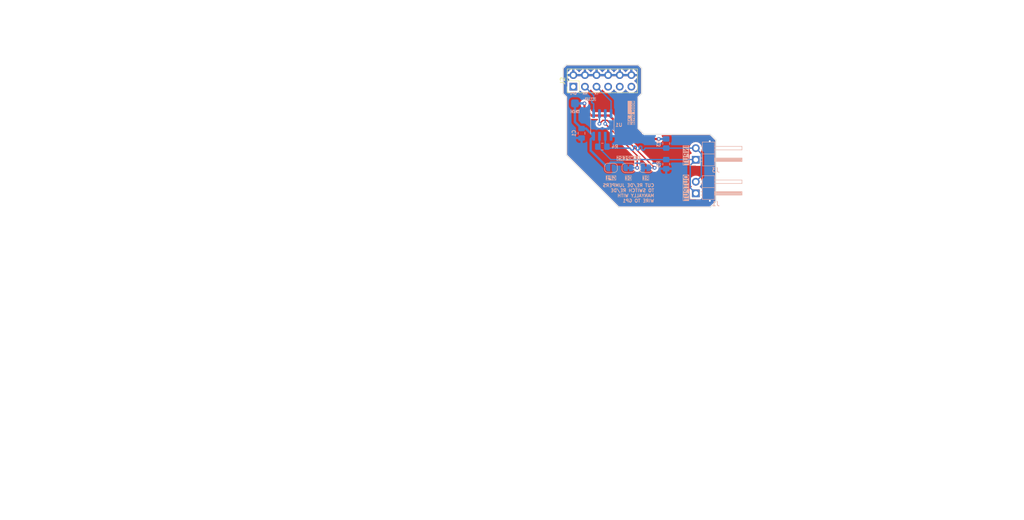
<source format=kicad_pcb>
(kicad_pcb (version 20221018) (generator pcbnew)
  (layers (0 "F.Cu" signal) (31 "B.Cu" signal) (34 "B.Paste" user) (35 "F.Paste" user) (36 "B.SilkS" user "B.Silkscreen") (37 "F.SilkS" user "F.Silkscreen") (38 "B.Mask" user) (39 "F.Mask" user) (44 "Edge.Cuts" user))
  (net 0 "")
  (net 1 "+3V3")
  (net 2 "GND")
  (net 7 "Net-(JP2-B)")
  (net 8 "Net-(JP3-B)")
  (net 9 "/RS485_A")
  (net 10 "/RS485_B")
  (net 11 "/RX")
  (net 12 "/TX")
  (footprint "Connector_PinHeader_2.54mm:PinHeader_2x06_P2.54mm_Vertical" (layer "F.Cu") (at 58.42 25.4 90)
    (fp_text reference "J2" (at 1.27 -2.33 90) (layer "F.SilkS"))
    (fp_text value "Conn_02x06_Odd_Even")
    (fp_line (start -1.33 -1.33) (end 0 -1.33) (stroke (width 0.12)) (layer "F.SilkS"))
    (fp_line (start -1.33 0) (end -1.33 -1.33) (stroke (width 0.12)) (layer "F.SilkS"))
    (fp_line (start -1.33 1.27) (end -1.33 14.03) (stroke (width 0.12)) (layer "F.SilkS"))
    (fp_line (start -1.33 1.27) (end 1.27 1.27) (stroke (width 0.12)) (layer "F.SilkS"))
    (fp_line (start -1.33 14.03) (end 3.87 14.03) (stroke (width 0.12)) (layer "F.SilkS"))
    (fp_line (start 1.27 -1.33) (end 3.87 -1.33) (stroke (width 0.12)) (layer "F.SilkS"))
    (fp_line (start 1.27 1.27) (end 1.27 -1.33) (stroke (width 0.12)) (layer "F.SilkS"))
    (fp_line (start 3.87 -1.33) (end 3.87 14.03) (stroke (width 0.12)) (layer "F.SilkS"))
    (pad "1" thru_hole rect (at 0 0 90) (size 1.7 1.7) (drill 1) (layers "*.Cu" "*.Mask"))
    (pad "2" thru_hole oval (at 2.54 0 90) (size 1.7 1.7) (drill 1) (layers "*.Cu" "*.Mask") (net 2 "GND"))
    (pad "3" thru_hole oval (at 0 2.54 90) (size 1.7 1.7) (drill 1) (layers "*.Cu" "*.Mask") (net 11 "/RX"))
    (pad "4" thru_hole oval (at 2.54 2.54 90) (size 1.7 1.7) (drill 1) (layers "*.Cu" "*.Mask") (net 2 "GND"))
    (pad "5" thru_hole oval (at 0 5.08 90) (size 1.7 1.7) (drill 1) (layers "*.Cu" "*.Mask") (net 12 "/TX"))
    (pad "6" thru_hole oval (at 2.54 5.08 90) (size 1.7 1.7) (drill 1) (layers "*.Cu" "*.Mask") (net 2 "GND"))
    (pad "7" thru_hole oval (at 0 7.62 90) (size 1.7 1.7) (drill 1) (layers "*.Cu" "*.Mask"))
    (pad "8" thru_hole oval (at 2.54 7.62 90) (size 1.7 1.7) (drill 1) (layers "*.Cu" "*.Mask") (net 2 "GND"))
    (pad "9" thru_hole oval (at 0 10.16 90) (size 1.7 1.7) (drill 1) (layers "*.Cu" "*.Mask"))
    (pad "10" thru_hole oval (at 2.54 10.16 90) (size 1.7 1.7) (drill 1) (layers "*.Cu" "*.Mask") (net 2 "GND"))
    (pad "11" thru_hole oval (at 0 12.7 90) (size 1.7 1.7) (drill 1) (layers "*.Cu" "*.Mask"))
    (pad "12" thru_hole oval (at 2.54 12.7 90) (size 1.7 1.7) (drill 1) (layers "*.Cu" "*.Mask") (net 2 "GND"))
  )
  (footprint "Connector_PinHeader_2.54mm:PinHeader_1x02_P2.54mm_Horizontal" (layer "B.Cu") (at 85.217 41.402)
    (fp_text reference "J3" (at 4.385 2.27) (layer "B.SilkS") (effects (justify mirror)))
    (fp_text value "Conn_01x02")
    (fp_line (start -1.27 0) (end -1.27 1.27) (stroke (width 0.12)) (layer "B.SilkS"))
    (fp_line (start -1.27 1.27) (end 0 1.27) (stroke (width 0.12)) (layer "B.SilkS"))
    (fp_line (start 1.042929 -2.92) (end 1.44 -2.92) (stroke (width 0.12)) (layer "B.SilkS"))
    (fp_line (start 1.042929 -2.16) (end 1.44 -2.16) (stroke (width 0.12)) (layer "B.SilkS"))
    (fp_line (start 1.11 -0.38) (end 1.44 -0.38) (stroke (width 0.12)) (layer "B.SilkS"))
    (fp_line (start 1.11 0.38) (end 1.44 0.38) (stroke (width 0.12)) (layer "B.SilkS"))
    (fp_line (start 1.44 -3.87) (end 4.1 -3.87) (stroke (width 0.12)) (layer "B.SilkS"))
    (fp_line (start 1.44 -1.27) (end 4.1 -1.27) (stroke (width 0.12)) (layer "B.SilkS"))
    (fp_line (start 1.44 1.33) (end 1.44 -3.87) (stroke (width 0.12)) (layer "B.SilkS"))
    (fp_line (start 4.1 -3.87) (end 4.1 1.33) (stroke (width 0.12)) (layer "B.SilkS"))
    (fp_line (start 4.1 -2.16) (end 10.1 -2.16) (stroke (width 0.12)) (layer "B.SilkS"))
    (fp_line (start 4.1 -0.28) (end 10.1 -0.28) (stroke (width 0.12)) (layer "B.SilkS"))
    (fp_line (start 4.1 -0.16) (end 10.1 -0.16) (stroke (width 0.12)) (layer "B.SilkS"))
    (fp_line (start 4.1 -0.04) (end 10.1 -0.04) (stroke (width 0.12)) (layer "B.SilkS"))
    (fp_line (start 4.1 0.08) (end 10.1 0.08) (stroke (width 0.12)) (layer "B.SilkS"))
    (fp_line (start 4.1 0.2) (end 10.1 0.2) (stroke (width 0.12)) (layer "B.SilkS"))
    (fp_line (start 4.1 0.32) (end 10.1 0.32) (stroke (width 0.12)) (layer "B.SilkS"))
    (fp_line (start 4.1 0.38) (end 10.1 0.38) (stroke (width 0.12)) (layer "B.SilkS"))
    (fp_line (start 4.1 1.33) (end 1.44 1.33) (stroke (width 0.12)) (layer "B.SilkS"))
    (fp_line (start 10.1 -2.92) (end 4.1 -2.92) (stroke (width 0.12)) (layer "B.SilkS"))
    (fp_line (start 10.1 -2.16) (end 10.1 -2.92) (stroke (width 0.12)) (layer "B.SilkS"))
    (fp_line (start 10.1 -0.38) (end 4.1 -0.38) (stroke (width 0.12)) (layer "B.SilkS"))
    (fp_line (start 10.1 0.38) (end 10.1 -0.38) (stroke (width 0.12)) (layer "B.SilkS"))
    (pad "1" thru_hole rect (at 0 0) (size 1.7 1.7) (drill 1) (layers "*.Cu" "*.Mask") (net 10 "/RS485_B"))
    (pad "2" thru_hole oval (at 0 -2.54) (size 1.7 1.7) (drill 1) (layers "*.Cu" "*.Mask") (net 9 "/RS485_A"))
  )
  (footprint "Connector_PinHeader_2.54mm:PinHeader_1x02_P2.54mm_Horizontal" (layer "B.Cu") (at 85.217 48.768)
    (fp_text reference "J1" (at 4.385 2.27) (layer "B.SilkS") (effects (justify mirror)))
    (fp_text value "Conn_01x02")
    (fp_line (start -1.27 0) (end -1.27 1.27) (stroke (width 0.12)) (layer "B.SilkS"))
    (fp_line (start -1.27 1.27) (end 0 1.27) (stroke (width 0.12)) (layer "B.SilkS"))
    (fp_line (start 1.042929 -2.92) (end 1.44 -2.92) (stroke (width 0.12)) (layer "B.SilkS"))
    (fp_line (start 1.042929 -2.16) (end 1.44 -2.16) (stroke (width 0.12)) (layer "B.SilkS"))
    (fp_line (start 1.11 -0.38) (end 1.44 -0.38) (stroke (width 0.12)) (layer "B.SilkS"))
    (fp_line (start 1.11 0.38) (end 1.44 0.38) (stroke (width 0.12)) (layer "B.SilkS"))
    (fp_line (start 1.44 -3.87) (end 4.1 -3.87) (stroke (width 0.12)) (layer "B.SilkS"))
    (fp_line (start 1.44 -1.27) (end 4.1 -1.27) (stroke (width 0.12)) (layer "B.SilkS"))
    (fp_line (start 1.44 1.33) (end 1.44 -3.87) (stroke (width 0.12)) (layer "B.SilkS"))
    (fp_line (start 4.1 -3.87) (end 4.1 1.33) (stroke (width 0.12)) (layer "B.SilkS"))
    (fp_line (start 4.1 -2.16) (end 10.1 -2.16) (stroke (width 0.12)) (layer "B.SilkS"))
    (fp_line (start 4.1 -0.28) (end 10.1 -0.28) (stroke (width 0.12)) (layer "B.SilkS"))
    (fp_line (start 4.1 -0.16) (end 10.1 -0.16) (stroke (width 0.12)) (layer "B.SilkS"))
    (fp_line (start 4.1 -0.04) (end 10.1 -0.04) (stroke (width 0.12)) (layer "B.SilkS"))
    (fp_line (start 4.1 0.08) (end 10.1 0.08) (stroke (width 0.12)) (layer "B.SilkS"))
    (fp_line (start 4.1 0.2) (end 10.1 0.2) (stroke (width 0.12)) (layer "B.SilkS"))
    (fp_line (start 4.1 0.32) (end 10.1 0.32) (stroke (width 0.12)) (layer "B.SilkS"))
    (fp_line (start 4.1 0.38) (end 10.1 0.38) (stroke (width 0.12)) (layer "B.SilkS"))
    (fp_line (start 4.1 1.33) (end 1.44 1.33) (stroke (width 0.12)) (layer "B.SilkS"))
    (fp_line (start 10.1 -2.92) (end 4.1 -2.92) (stroke (width 0.12)) (layer "B.SilkS"))
    (fp_line (start 10.1 -2.16) (end 10.1 -2.92) (stroke (width 0.12)) (layer "B.SilkS"))
    (fp_line (start 10.1 -0.38) (end 4.1 -0.38) (stroke (width 0.12)) (layer "B.SilkS"))
    (fp_line (start 10.1 0.38) (end 10.1 -0.38) (stroke (width 0.12)) (layer "B.SilkS"))
    (pad "1" thru_hole rect (at 0 0) (size 1.7 1.7) (drill 1) (layers "*.Cu" "*.Mask") (net 10 "/RS485_B"))
    (pad "2" thru_hole oval (at 0 -2.54) (size 1.7 1.7) (drill 1) (layers "*.Cu" "*.Mask") (net 9 "/RS485_A"))
  )
  (footprint "Jumper:SolderJumper-2_P1.3mm_Bridged_RoundedPad1.0x1.5mm" (layer "B.Cu") (at 70.47 43.18)
    (fp_text reference "JP3" hide)
    (fp_text value "Jumper_2_Bridged")
    (fp_poly (pts (xy 0.25 0.3) (xy -0.25 0.3) (xy -0.25 -0.3) (xy 0.25 -0.3)) (fill solid) (layer "B.Cu"))
    (fp_line (start -1.4 -0.3) (end -1.4 0.3) (stroke (width 0.12)) (layer "B.SilkS"))
    (fp_line (start -0.7 1) (end 0.7 1) (stroke (width 0.12)) (layer "B.SilkS"))
    (fp_line (start 0.7 -1) (end -0.7 -1) (stroke (width 0.12)) (layer "B.SilkS"))
    (fp_line (start 1.4 0.3) (end 1.4 -0.3) (stroke (width 0.12)) (layer "B.SilkS"))
    (fp_arc (start -1.4 -0.3) (mid -1.194975 -0.794975) (end -0.7 -1) (stroke (width 0.12)) (layer "B.SilkS"))
    (fp_arc (start -0.7 1) (mid -1.194975 0.794975) (end -1.4 0.3) (stroke (width 0.12)) (layer "B.SilkS"))
    (fp_arc (start 0.7 -1) (mid 1.194975 -0.794975) (end 1.4 -0.3) (stroke (width 0.12)) (layer "B.SilkS"))
    (fp_arc (start 1.4 0.3) (mid 1.194975 0.794975) (end 0.7 1) (stroke (width 0.12)) (layer "B.SilkS"))
    (pad "1" smd custom (at -0.65 0) (size 1 0.5) (layers "B.Cu" "B.Mask") (net 1 "+3V3") (options (clearance outline) (anchor rect)) (primitives (gr_circle (center 0 -0.25) (end 0.5 -0.25) (width 0) (fill yes)) (gr_circle (center 0 0.25) (end 0.5 0.25) (width 0) (fill yes)) (gr_poly (pts (xy 0.5 -0.75) (xy 0 -0.75) (xy 0 0.75) (xy 0.5 0.75)) (width 0) (fill yes))))
    (pad "2" smd custom (at 0.65 0) (size 1 0.5) (layers "B.Cu" "B.Mask") (net 8 "Net-(JP3-B)") (options (clearance outline) (anchor rect)) (primitives (gr_circle (center 0 -0.25) (end 0.5 -0.25) (width 0) (fill yes)) (gr_circle (center 0 0.25) (end 0.5 0.25) (width 0) (fill yes)) (gr_poly (pts (xy 0 -0.75) (xy -0.5 -0.75) (xy -0.5 0.75) (xy 0 0.75)) (width 0) (fill yes))))
  )
  (footprint "Resistor_SMD:R_0805_2012Metric_Pad1.20x1.40mm_HandSolder" (layer "B.Cu") (at 64.77 38.53 180)
    (fp_text reference "R4" (at -2.76 -0.01) (layer "B.SilkS") (effects (font (size 0.75 0.75)) (justify mirror)))
    (fp_text value "120")
    (fp_line (start -0.227064 -0.735) (end 0.227064 -0.735) (stroke (width 0.12)) (layer "B.SilkS"))
    (fp_line (start -0.227064 0.735) (end 0.227064 0.735) (stroke (width 0.12)) (layer "B.SilkS"))
    (pad "1" smd roundrect (at -1 0 180) (size 1.2 1.4) (layers "B.Cu" "B.Paste" "B.Mask") (roundrect_rratio 0.208333) (net 9 "/RS485_A"))
    (pad "2" smd roundrect (at 1 0 180) (size 1.2 1.4) (layers "B.Cu" "B.Paste" "B.Mask") (roundrect_rratio 0.208333) (net 10 "/RS485_B"))
  )
  (footprint "Package_SO:SOIC-8_3.9x4.9mm_P1.27mm" (layer "B.Cu") (at 64.77 33.782 -90)
    (fp_text reference "U1" (at 0 -3.6068 180) (layer "B.SilkS") (effects (font (size 0.75 0.75)) (justify mirror)))
    (fp_text value "SP3485EN")
    (fp_line (start 0 -2.56) (end -1.95 -2.56) (stroke (width 0.12)) (layer "B.SilkS"))
    (fp_line (start 0 -2.56) (end 1.95 -2.56) (stroke (width 0.12)) (layer "B.SilkS"))
    (fp_line (start 0 2.56) (end -3.45 2.56) (stroke (width 0.12)) (layer "B.SilkS"))
    (fp_line (start 0 2.56) (end 1.95 2.56) (stroke (width 0.12)) (layer "B.SilkS"))
    (pad "1" smd roundrect (at -2.475 1.905 270) (size 1.95 0.6) (layers "B.Cu" "B.Paste" "B.Mask") (net 11 "/RX"))
    (pad "2" smd roundrect (at -2.475 0.635 270) (size 1.95 0.6) (layers "B.Cu" "B.Paste" "B.Mask") (net 7 "Net-(JP2-B)"))
    (pad "3" smd roundrect (at -2.475 -0.635 270) (size 1.95 0.6) (layers "B.Cu" "B.Paste" "B.Mask") (net 8 "Net-(JP3-B)"))
    (pad "4" smd roundrect (at -2.475 -1.905 270) (size 1.95 0.6) (layers "B.Cu" "B.Paste" "B.Mask") (net 12 "/TX"))
    (pad "5" smd roundrect (at 2.475 -1.905 270) (size 1.95 0.6) (layers "B.Cu" "B.Paste" "B.Mask") (net 2 "GND"))
    (pad "6" smd roundrect (at 2.475 -0.635 270) (size 1.95 0.6) (layers "B.Cu" "B.Paste" "B.Mask") (net 9 "/RS485_A"))
    (pad "7" smd roundrect (at 2.475 0.635 270) (size 1.95 0.6) (layers "B.Cu" "B.Paste" "B.Mask") (net 10 "/RS485_B"))
    (pad "8" smd roundrect (at 2.475 1.905 270) (size 1.95 0.6) (layers "B.Cu" "B.Paste" "B.Mask") (net 1 "+3V3"))
  )
  (footprint "Capacitor_SMD:C_0805_2012Metric_Pad1.18x1.45mm_HandSolder" (layer "B.Cu") (at 60.22 35.6 -90)
    (fp_text reference "C1" (at 0 1.68 90) (layer "B.SilkS") (effects (font (size 0.75 0.75)) (justify mirror)))
    (fp_text value "100nF")
    (fp_line (start -0.261252 -0.735) (end 0.261252 -0.735) (stroke (width 0.12)) (layer "B.SilkS"))
    (fp_line (start -0.261252 0.735) (end 0.261252 0.735) (stroke (width 0.12)) (layer "B.SilkS"))
    (pad "1" smd roundrect (at -1.0375 0 270) (size 1.175 1.45) (layers "B.Cu" "B.Paste" "B.Mask") (roundrect_rratio 0.212766) (net 1 "+3V3"))
    (pad "2" smd roundrect (at 1.0375 0 270) (size 1.175 1.45) (layers "B.Cu" "B.Paste" "B.Mask") (roundrect_rratio 0.212766) (net 2 "GND"))
  )
  (footprint "Resistor_SMD:R_0805_2012Metric_Pad1.20x1.40mm_HandSolder" (layer "B.Cu") (at 78.74 37.846 -90)
    (fp_text reference "R3" (at 0 1.65 90) (layer "B.SilkS") (effects (font (size 0.75 0.75)) (justify mirror)))
    (fp_text value "4.7k")
    (fp_line (start -0.227064 -0.735) (end 0.227064 -0.735) (stroke (width 0.12)) (layer "B.SilkS"))
    (fp_line (start -0.227064 0.735) (end 0.227064 0.735) (stroke (width 0.12)) (layer "B.SilkS"))
    (pad "1" smd roundrect (at -1 0 270) (size 1.2 1.4) (layers "B.Cu" "B.Paste" "B.Mask") (roundrect_rratio 0.208333) (net 1 "+3V3"))
    (pad "2" smd roundrect (at 1 0 270) (size 1.2 1.4) (layers "B.Cu" "B.Paste" "B.Mask") (roundrect_rratio 0.208333) (net 9 "/RS485_A"))
  )
  (footprint "Resistor_SMD:R_0805_2012Metric_Pad1.20x1.40mm_HandSolder" (layer "B.Cu") (at 78.74 42.3672 -90)
    (fp_text reference "R5" (at 0 1.65 90) (layer "B.SilkS") (effects (font (size 0.75 0.75)) (justify mirror)))
    (fp_text value "4.7k")
    (fp_line (start -0.227064 -0.735) (end 0.227064 -0.735) (stroke (width 0.12)) (layer "B.SilkS"))
    (fp_line (start -0.227064 0.735) (end 0.227064 0.735) (stroke (width 0.12)) (layer "B.SilkS"))
    (pad "1" smd roundrect (at -1 0 270) (size 1.2 1.4) (layers "B.Cu" "B.Paste" "B.Mask") (roundrect_rratio 0.208333) (net 10 "/RS485_B"))
    (pad "2" smd roundrect (at 1 0 270) (size 1.2 1.4) (layers "B.Cu" "B.Paste" "B.Mask") (roundrect_rratio 0.208333) (net 2 "GND"))
  )
  (footprint "Connector_PinHeader_2.54mm:PinHeader_1x01_P2.54mm_Vertical" (layer "B.Cu") (at 58.7756 29.0576 180)
    (fp_text reference "J4" hide)
    (fp_text value "Conn_01x01")
    (fp_text user "+3V3" (at 0 -2.0828 unlocked) (layer "B.SilkS" knockout) (effects (font (size 0.5 0.5) (thickness 0.1)) (justify bottom mirror)))
    (pad "1" smd roundrect (at 0 0 180) (size 1.7 1.7) (layers "B.Cu" "B.Paste" "B.Mask") (net 1 "+3V3"))
  )
  (footprint "Jumper:SolderJumper-2_P1.3mm_Bridged_RoundedPad1.0x1.5mm" (layer "B.Cu") (at 74.28 43.18)
    (fp_text reference "JP2" hide)
    (fp_text value "Jumper_2_Bridged")
    (fp_poly (pts (xy 0.25 0.3) (xy -0.25 0.3) (xy -0.25 -0.3) (xy 0.25 -0.3)) (fill solid) (layer "B.Cu"))
    (fp_line (start -1.4 -0.3) (end -1.4 0.3) (stroke (width 0.12)) (layer "B.SilkS"))
    (fp_line (start -0.7 1) (end 0.7 1) (stroke (width 0.12)) (layer "B.SilkS"))
    (fp_line (start 0.7 -1) (end -0.7 -1) (stroke (width 0.12)) (layer "B.SilkS"))
    (fp_line (start 1.4 0.3) (end 1.4 -0.3) (stroke (width 0.12)) (layer "B.SilkS"))
    (fp_arc (start -1.4 -0.3) (mid -1.194975 -0.794975) (end -0.7 -1) (stroke (width 0.12)) (layer "B.SilkS"))
    (fp_arc (start -0.7 1) (mid -1.194975 0.794975) (end -1.4 0.3) (stroke (width 0.12)) (layer "B.SilkS"))
    (fp_arc (start 0.7 -1) (mid 1.194975 -0.794975) (end 1.4 -0.3) (stroke (width 0.12)) (layer "B.SilkS"))
    (fp_arc (start 1.4 0.3) (mid 1.194975 0.794975) (end 0.7 1) (stroke (width 0.12)) (layer "B.SilkS"))
    (pad "1" smd custom (at -0.65 0) (size 1 0.5) (layers "B.Cu" "B.Mask") (net 2 "GND") (options (clearance outline) (anchor rect)) (primitives (gr_circle (center 0 -0.25) (end 0.5 -0.25) (width 0) (fill yes)) (gr_circle (center 0 0.25) (end 0.5 0.25) (width 0) (fill yes)) (gr_poly (pts (xy 0.5 -0.75) (xy 0 -0.75) (xy 0 0.75) (xy 0.5 0.75)) (width 0) (fill yes))))
    (pad "2" smd custom (at 0.65 0) (size 1 0.5) (layers "B.Cu" "B.Mask") (net 7 "Net-(JP2-B)") (options (clearance outline) (anchor rect)) (primitives (gr_circle (center 0 -0.25) (end 0.5 -0.25) (width 0) (fill yes)) (gr_circle (center 0 0.25) (end 0.5 0.25) (width 0) (fill yes)) (gr_poly (pts (xy 0 -0.75) (xy -0.5 -0.75) (xy -0.5 0.75) (xy 0 0.75)) (width 0) (fill yes))))
  )
  (footprint "Jumper:SolderJumper-2_P1.3mm_Open_RoundedPad1.0x1.5mm" (layer "B.Cu") (at 66.66 43.18 180)
    (fp_text reference "JP1" hide)
    (fp_text value "Jumper_2_Open")
    (fp_line (start -1.4 -0.3) (end -1.4 0.3) (stroke (width 0.12)) (layer "B.SilkS"))
    (fp_line (start -0.7 1) (end 0.7 1) (stroke (width 0.12)) (layer "B.SilkS"))
    (fp_line (start 0.7 -1) (end -0.7 -1) (stroke (width 0.12)) (layer "B.SilkS"))
    (fp_line (start 1.4 0.3) (end 1.4 -0.3) (stroke (width 0.12)) (layer "B.SilkS"))
    (fp_arc (start -1.4 -0.3) (mid -1.194975 -0.794975) (end -0.7 -1) (stroke (width 0.12)) (layer "B.SilkS"))
    (fp_arc (start -0.7 1) (mid -1.194975 0.794975) (end -1.4 0.3) (stroke (width 0.12)) (layer "B.SilkS"))
    (fp_arc (start 0.7 -1) (mid 1.194975 -0.794975) (end 1.4 -0.3) (stroke (width 0.12)) (layer "B.SilkS"))
    (fp_arc (start 1.4 0.3) (mid 1.194975 0.794975) (end 0.7 1) (stroke (width 0.12)) (layer "B.SilkS"))
    (pad "1" smd custom (at -0.65 0 180) (size 1 0.5) (layers "B.Cu" "B.Mask") (net 2 "GND") (options (clearance outline) (anchor rect)) (primitives (gr_circle (center 0 -0.25) (end 0.5 -0.25) (width 0) (fill yes)) (gr_circle (center 0 0.25) (end 0.5 0.25) (width 0) (fill yes)) (gr_poly (pts (xy 0.5 -0.75) (xy 0 -0.75) (xy 0 0.75) (xy 0.5 0.75)) (width 0) (fill yes))))
    (pad "2" smd custom (at 0.65 0 180) (size 1 0.5) (layers "B.Cu" "B.Mask") (net 1 "+3V3") (options (clearance outline) (anchor rect)) (primitives (gr_circle (center 0 -0.25) (end 0.5 -0.25) (width 0) (fill yes)) (gr_circle (center 0 0.25) (end 0.5 0.25) (width 0) (fill yes)) (gr_poly (pts (xy 0 -0.75) (xy -0.5 -0.75) (xy -0.5 0.75) (xy 0 0.75)) (width 0) (fill yes))))
  )
  (gr_line (start 56.134 21.336) (end 56.896 20.574) (stroke (width 0.1)) (layer "Edge.Cuts"))
  (gr_line (start 73.914 35.814) (end 88.392 35.814) (stroke (width 0.1)) (layer "Edge.Cuts"))
  (gr_line (start 56.896 40.386) (end 56.896 27.686) (stroke (width 0.1)) (layer "Edge.Cuts"))
  (gr_line (start 56.896 20.574) (end 72.644 20.574) (stroke (width 0.1)) (layer "Edge.Cuts"))
  (gr_line (start 56.134 26.924) (end 56.896 27.686) (stroke (width 0.1)) (layer "Edge.Cuts"))
  (gr_line (start 72.644 27.686) (end 72.644 34.544) (stroke (width 0.1)) (layer "Edge.Cuts"))
  (gr_line (start 89.662 50.546) (end 88.392 51.816) (stroke (width 0.1)) (layer "Edge.Cuts"))
  (gr_line (start 56.896 40.386) (end 68.326 51.816) (stroke (width 0.1)) (layer "Edge.Cuts"))
  (gr_line (start 73.406 21.336) (end 73.406 26.924) (stroke (width 0.1)) (layer "Edge.Cuts"))
  (gr_line (start 72.644 20.574) (end 73.406 21.336) (stroke (width 0.1)) (layer "Edge.Cuts"))
  (gr_line (start 89.662 37.084) (end 89.662 50.546) (stroke (width 0.1)) (layer "Edge.Cuts"))
  (gr_line (start 73.914 35.814) (end 72.644 34.544) (stroke (width 0.1)) (layer "Edge.Cuts"))
  (gr_line (start 73.406 26.924) (end 72.644 27.686) (stroke (width 0.1)) (layer "Edge.Cuts"))
  (gr_line (start 88.392 51.816) (end 68.326 51.816) (stroke (width 0.1)) (layer "Edge.Cuts"))
  (gr_line (start 56.134 21.336) (end 56.134 26.924) (stroke (width 0.1)) (layer "Edge.Cuts"))
  (gr_line (start 89.662 37.084) (end 88.392 35.814) (stroke (width 0.1)) (layer "Edge.Cuts"))
  (gr_text "    JUMPERS    " (at 70.47 41.5544) (layer "B.SilkS" knockout) (effects (font (size 0.75 0.75)) (justify bottom mirror)))
  (gr_text "DE" (at 71.296786 45.8724) (layer "B.SilkS" knockout) (effects (font (size 0.75 0.75)) (justify left bottom mirror)))
  (gr_text "RE" (at 75.106786 45.8724) (layer "B.SilkS" knockout) (effects (font (size 0.75 0.75)) (justify left bottom mirror)))
  (gr_text "TX" (at 63.5 27.178) (layer "B.SilkS") (effects (font (size 0.5 0.5) (thickness 0.125)) (justify bottom mirror)))
  (gr_text "RS485 ADDON\nREV. 1" (at 70.358 33.852202 270) (layer "B.SilkS" knockout) (effects (font (size 0.5 0.5) (thickness 0.125) bold) (justify left bottom mirror)))
  (gr_text "GP1" (at 58.42 27.178) (layer "B.SilkS") (effects (font (size 0.5 0.5) (thickness 0.125)) (justify bottom mirror)))
  (gr_text "RX" (at 60.96 27.178) (layer "B.SilkS") (effects (font (size 0.5 0.5) (thickness 0.125)) (justify bottom mirror)))
  (gr_text "UART1" (at 62.200238 28.448) (layer "B.SilkS" knockout) (effects (font (size 0.5 0.5) (thickness 0.125)) (justify bottom mirror)))
  (gr_text "OUTPUT" (at 83.693 44.577 90) (layer "B.SilkS" knockout) (effects (font (size 1 1)) (justify left bottom mirror)))
  (gr_text "INPUT" (at 83.693 38.1 90) (layer "B.SilkS" knockout) (effects (font (size 1 1)) (justify left bottom mirror)))
  (gr_text "GP1" (at 66.66 45.87) (layer "B.SilkS" knockout) (effects (font (size 0.75 0.75)) (justify bottom mirror)))
  (gr_text "CUT RE/DE JUMPERS\nTO SWITCH RE/DE\nMANYALLY WITH\nWIRE TO GP1" (at 76.187499 50.8) (layer "B.SilkS") (effects (font (size 0.7 0.7)) (justify left bottom mirror)))
  (segment (start 62.357 31.7246) (end 60.8584 30.226) (width 0.5) (layer "F.Cu") (net 1))
  (segment (start 71.4502 36.8554) (end 66.3194 31.7246) (width 0.5) (layer "F.Cu") (net 1))
  (segment (start 66.3194 31.7246) (end 62.357 31.7246) (width 0.5) (layer "F.Cu") (net 1))
  (segment (start 60.8584 30.226) (end 60.8584 29.0576) (width 0.5) (layer "F.Cu") (net 1))
  (segment (start 77.1144 36.8554) (end 71.4502 36.8554) (width 0.5) (layer "F.Cu") (net 1))
  (via (at 60.8584 29.0576) (size 0.8) (drill 0.4) (layers "F.Cu" "B.Cu") (net 1))
  (via (at 77.1144 36.8554) (size 0.8) (drill 0.4) (layers "F.Cu" "B.Cu") (net 1))
  (segment (start 69.14 41.962) (end 69.82 42.642) (width 0.5) (layer "B.Cu") (net 1))
  (segment (start 61.1705 34.5625) (end 62.865 36.257) (width 0.5) (layer "B.Cu") (net 1))
  (segment (start 77.1238 36.846) (end 77.1144 36.8554) (width 0.5) (layer "B.Cu") (net 1))
  (segment (start 60.8584 29.0576) (end 58.7756 29.0576) (width 0.5) (layer "B.Cu") (net 1))
  (segment (start 62.23 36.892) (end 62.23 39.4) (width 0.5) (layer "B.Cu") (net 1))
  (segment (start 66.01 42.593604) (end 66.641604 41.962) (width 0.5) (layer "B.Cu") (net 1))
  (segment (start 58.7756 29.0576) (end 58.7756 33.1181) (width 0.5) (layer "B.Cu") (net 1))
  (segment (start 78.74 36.846) (end 77.1238 36.846) (width 0.5) (layer "B.Cu") (net 1))
  (segment (start 58.7756 33.1181) (end 60.22 34.5625) (width 0.5) (layer "B.Cu") (net 1))
  (segment (start 69.82 42.642) (end 69.82 43.18) (width 0.5) (layer "B.Cu") (net 1))
  (segment (start 62.865 36.257) (end 62.23 36.892) (width 0.5) (layer "B.Cu") (net 1))
  (segment (start 66.641604 41.962) (end 69.14 41.962) (width 0.5) (layer "B.Cu") (net 1))
  (segment (start 60.22 34.5625) (end 61.1705 34.5625) (width 0.5) (layer "B.Cu") (net 1))
  (segment (start 66.01 43.18) (end 66.01 42.593604) (width 0.5) (layer "B.Cu") (net 1))
  (segment (start 62.23 39.4) (end 66.01 43.18) (width 0.5) (layer "B.Cu") (net 1))
  (via (at 88.265 37.338) (size 0.8) (drill 0.4) (layers "F.Cu" "B.Cu") (net 2))
  (via (at 88.2904 50.3936) (size 0.8) (drill 0.4) (layers "F.Cu" "B.Cu") (net 2))
  (segment (start 65.798 32.778) (end 64.885 32.778) (width 0.3) (layer "F.Cu") (net 7))
  (segment (start 64.885 32.778) (end 64.135 33.528) (width 0.3) (layer "F.Cu") (net 7))
  (segment (start 76.2 43.18) (end 65.798 32.778) (width 0.3) (layer "F.Cu") (net 7))
  (via (at 76.2 43.18) (size 0.8) (drill 0.4) (layers "F.Cu" "B.Cu") (net 7))
  (via (at 64.135 33.528) (size 0.8) (drill 0.4) (layers "F.Cu" "B.Cu") (net 7))
  (segment (start 74.93 43.18) (end 76.2 43.18) (width 0.3) (layer "B.Cu") (net 7))
  (segment (start 64.135 33.528) (end 64.135 31.307) (width 0.3) (layer "B.Cu") (net 7))
  (segment (start 72.39 43.18) (end 72.39 40.513) (width 0.3) (layer "F.Cu") (net 8))
  (segment (start 72.39 40.513) (end 65.405 33.528) (width 0.3) (layer "F.Cu") (net 8))
  (via (at 65.405 33.528) (size 0.8) (drill 0.4) (layers "F.Cu" "B.Cu") (net 8))
  (via (at 72.39 43.18) (size 0.8) (drill 0.4) (layers "F.Cu" "B.Cu") (net 8))
  (segment (start 65.405 33.528) (end 65.405 31.307) (width 0.3) (layer "B.Cu") (net 8))
  (segment (start 71.12 43.18) (end 72.39 43.18) (width 0.3) (layer "B.Cu") (net 8))
  (segment (start 85.217 38.862) (end 86.417 40.062) (width 0.3) (layer "B.Cu") (net 9))
  (segment (start 65.77 38.53) (end 66.102 38.862) (width 0.3) (layer "B.Cu") (net 9))
  (segment (start 66.102 38.862) (end 70.7644 38.862) (width 0.3) (layer "B.Cu") (net 9))
  (segment (start 73.024604 38.441591) (end 73.204196 38.441591) (width 0.3) (layer "B.Cu") (net 9))
  (segment (start 72.2144 38.651788) (end 72.2144 39.072212) (width 0.3) (layer "B.Cu") (net 9))
  (segment (start 71.172236 39.269836) (end 71.410482 39.269836) (width 0.3) (layer "B.Cu") (net 9))
  (segment (start 72.8144 39.072212) (end 72.8144 38.651795) (width 0.3) (layer "B.Cu") (net 9))
  (segment (start 71.6144 39.065918) (end 71.6144 38.651788) (width 0.3) (layer "B.Cu") (net 9))
  (segment (start 71.824612 38.441576) (end 72.004188 38.441576) (width 0.3) (layer "B.Cu") (net 9))
  (segment (start 86.417 40.062) (end 86.417 45.028) (width 0.3) (layer "B.Cu") (net 9))
  (segment (start 73.618318 39.269836) (end 73.810482 39.269836) (width 0.3) (layer "B.Cu") (net 9))
  (segment (start 72.424612 39.282424) (end 72.604188 39.282424) (width 0.3) (layer "B.Cu") (net 9))
  (segment (start 74.218318 38.862) (end 85.217 38.862) (width 0.3) (layer "B.Cu") (net 9))
  (segment (start 65.405 38.165) (end 65.77 38.53) (width 0.3) (layer "B.Cu") (net 9))
  (segment (start 86.417 45.028) (end 85.217 46.228) (width 0.3) (layer "B.Cu") (net 9))
  (segment (start 65.405 36.257) (end 65.405 38.165) (width 0.3) (layer "B.Cu") (net 9))
  (segment (start 73.4144 38.651795) (end 73.4144 39.065918) (width 0.3) (layer "B.Cu") (net 9))
  (arc (start 72.004188 38.441576) (mid 72.15283 38.503146) (end 72.2144 38.651788) (width 0.3) (layer "B.Cu") (net 9))
  (arc (start 70.968318 39.065918) (mid 71.028044 39.21011) (end 71.172236 39.269836) (width 0.3) (layer "B.Cu") (net 9))
  (arc (start 72.2144 39.072212) (mid 72.27597 39.220854) (end 72.424612 39.282424) (width 0.3) (layer "B.Cu") (net 9))
  (arc (start 70.7644 38.862) (mid 70.908592 38.921726) (end 70.968318 39.065918) (width 0.3) (layer "B.Cu") (net 9))
  (arc (start 73.4144 39.065918) (mid 73.474126 39.21011) (end 73.618318 39.269836) (width 0.3) (layer "B.Cu") (net 9))
  (arc (start 72.604188 39.282424) (mid 72.75283 39.220854) (end 72.8144 39.072212) (width 0.3) (layer "B.Cu") (net 9))
  (arc (start 73.204196 38.441591) (mid 73.352833 38.503158) (end 73.4144 38.651795) (width 0.3) (layer "B.Cu") (net 9))
  (arc (start 74.0144 39.065918) (mid 74.074121 38.921721) (end 74.218318 38.862) (width 0.3) (layer "B.Cu") (net 9))
  (arc (start 72.8144 38.651795) (mid 72.875967 38.503158) (end 73.024604 38.441591) (width 0.3) (layer "B.Cu") (net 9))
  (arc (start 71.410482 39.269836) (mid 71.554674 39.21011) (end 71.6144 39.065918) (width 0.3) (layer "B.Cu") (net 9))
  (arc (start 71.6144 38.651788) (mid 71.67597 38.503146) (end 71.824612 38.441576) (width 0.3) (layer "B.Cu") (net 9))
  (arc (start 73.810482 39.269836) (mid 73.954674 39.21011) (end 74.0144 39.065918) (width 0.3) (layer "B.Cu") (net 9))
  (segment (start 63.77 38.53) (end 66.602 41.362) (width 0.3) (layer "B.Cu") (net 10))
  (segment (start 85.177 41.362) (end 85.217 41.402) (width 0.3) (layer "B.Cu") (net 10))
  (segment (start 84.017 42.602) (end 84.017 47.568) (width 0.3) (layer "B.Cu") (net 10))
  (segment (start 66.602 41.362) (end 85.177 41.362) (width 0.3) (layer "B.Cu") (net 10))
  (segment (start 64.135 36.257) (end 64.135 38.165) (width 0.3) (layer "B.Cu") (net 10))
  (segment (start 85.217 41.402) (end 84.017 42.602) (width 0.3) (layer "B.Cu") (net 10))
  (segment (start 64.135 38.165) (end 63.77 38.53) (width 0.3) (layer "B.Cu") (net 10))
  (segment (start 84.017 47.568) (end 85.217 48.768) (width 0.3) (layer "B.Cu") (net 10))
  (segment (start 62.865 28.20615) (end 62.865 28.01) (width 0.3) (layer "B.Cu") (net 11))
  (segment (start 62.865 27.305) (end 60.96 25.4) (width 0.3) (layer "B.Cu") (net 11))
  (segment (start 62.663075 29.008075) (end 62.663074 29.008075) (width 0.3) (layer "B.Cu") (net 11))
  (segment (start 62.865 28.01) (end 62.865 27.305) (width 0.3) (layer "B.Cu") (net 11))
  (segment (start 62.865 31.307) (end 62.865 29.21) (width 0.3) (layer "B.Cu") (net 11))
  (segment (start 62.461149 28.80615) (end 62.461149 28.61) (width 0.3) (layer "B.Cu") (net 11))
  (segment (start 62.663074 28.408075) (end 62.663075 28.408075) (width 0.3) (layer "B.Cu") (net 11))
  (arc (start 62.663074 29.008075) (mid 62.520291 28.948933) (end 62.461149 28.80615) (width 0.3) (layer "B.Cu") (net 11))
  (arc (start 62.461149 28.61) (mid 62.520291 28.467217) (end 62.663074 28.408075) (width 0.3) (layer "B.Cu") (net 11))
  (arc (start 62.663075 28.408075) (mid 62.805858 28.348933) (end 62.865 28.20615) (width 0.3) (layer "B.Cu") (net 11))
  (arc (start 62.865 29.21) (mid 62.805858 29.067217) (end 62.663075 29.008075) (width 0.3) (layer "B.Cu") (net 11))
  (segment (start 66.675 28.575) (end 63.5 25.4) (width 0.3) (layer "B.Cu") (net 12))
  (segment (start 66.675 31.307) (end 66.675 28.575) (width 0.3) (layer "B.Cu") (net 12))
  (zone (net 2) (net_name "GND") (layers "F&B.Cu") (connect_pads (clearance 0.5)) (min_thickness 0.25) (fill yes (thermal_gap 0.5) (thermal_bridge_width 0.5))
    (polygon (pts (xy 56.134 20.574) (xy 73.406 20.574) (xy 73.406 35.814) (xy 89.662 35.814) (xy 89.662 51.816) (xy 56.134 51.816)))
  )
)
</source>
